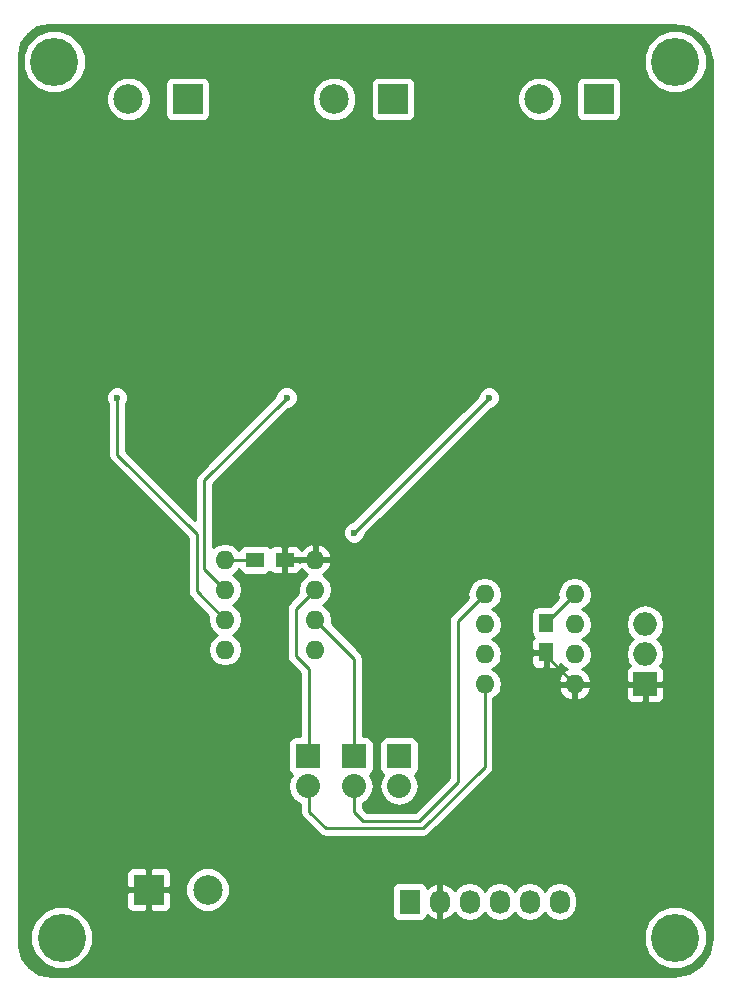
<source format=gbr>
G04 #@! TF.FileFunction,Copper,L2,Bot,Signal*
%FSLAX46Y46*%
G04 Gerber Fmt 4.6, Leading zero omitted, Abs format (unit mm)*
G04 Created by KiCad (PCBNEW 4.0.6) date Sunday, 27 August 2017 'PMt' 12:12:56*
%MOMM*%
%LPD*%
G01*
G04 APERTURE LIST*
%ADD10C,0.100000*%
%ADD11C,4.064000*%
%ADD12R,2.500000X2.500000*%
%ADD13C,2.500000*%
%ADD14R,1.727200X2.032000*%
%ADD15O,1.727200X2.032000*%
%ADD16O,1.998980X1.998980*%
%ADD17R,1.998980X1.998980*%
%ADD18O,1.600000X1.600000*%
%ADD19R,1.500000X1.250000*%
%ADD20R,1.250000X1.500000*%
%ADD21R,2.032000X2.032000*%
%ADD22O,2.032000X2.032000*%
%ADD23C,0.600000*%
%ADD24C,0.250000*%
%ADD25C,1.250000*%
%ADD26C,0.254000*%
G04 APERTURE END LIST*
D10*
D11*
X130937000Y-31115000D03*
X183515000Y-31115000D03*
X131572000Y-105283000D03*
D12*
X177038000Y-34290000D03*
D13*
X172038000Y-34290000D03*
D14*
X161036000Y-102235000D03*
D15*
X163576000Y-102235000D03*
X166116000Y-102235000D03*
X168656000Y-102235000D03*
X171196000Y-102235000D03*
X173736000Y-102235000D03*
D12*
X159639000Y-34290000D03*
D13*
X154639000Y-34290000D03*
D12*
X142240000Y-34290000D03*
D13*
X137240000Y-34290000D03*
D12*
X138938000Y-101219000D03*
D13*
X143938000Y-101219000D03*
D16*
X180975000Y-78740000D03*
D17*
X180975000Y-83820000D03*
D16*
X180975000Y-81280000D03*
D18*
X145415000Y-73279000D03*
X145415000Y-75819000D03*
X145415000Y-78359000D03*
X145415000Y-80899000D03*
X153035000Y-80899000D03*
X153035000Y-78359000D03*
X153035000Y-75819000D03*
X153035000Y-73279000D03*
X167386000Y-76200000D03*
X167386000Y-78740000D03*
X167386000Y-81280000D03*
X167386000Y-83820000D03*
X175006000Y-83820000D03*
X175006000Y-81280000D03*
X175006000Y-78740000D03*
X175006000Y-76200000D03*
D19*
X150475000Y-73279000D03*
X147975000Y-73279000D03*
D20*
X172593000Y-81133000D03*
X172593000Y-78633000D03*
D11*
X183515000Y-105283000D03*
D21*
X160147000Y-89916000D03*
D22*
X160147000Y-92456000D03*
D21*
X156337000Y-89916000D03*
D22*
X156337000Y-92456000D03*
D21*
X152400000Y-89916000D03*
D22*
X152400000Y-92456000D03*
D23*
X166497000Y-72263000D03*
X137668000Y-70358000D03*
X137541000Y-77470000D03*
X143002000Y-89535000D03*
X150622000Y-59563000D03*
X136271000Y-59563000D03*
X167767000Y-59563000D03*
X156337000Y-70993000D03*
D24*
X175006000Y-76200000D02*
X175006000Y-76220000D01*
X175006000Y-76220000D02*
X172593000Y-78633000D01*
X147975000Y-73279000D02*
X145415000Y-73279000D01*
D25*
X172038000Y-34036000D02*
X171958000Y-34036000D01*
D24*
X175006000Y-83820000D02*
X172339000Y-83820000D01*
X169291000Y-75057000D02*
X166497000Y-72263000D01*
X169291000Y-80772000D02*
X169291000Y-75057000D01*
X172339000Y-83820000D02*
X169291000Y-80772000D01*
X172593000Y-81133000D02*
X172593000Y-81407000D01*
X172593000Y-81407000D02*
X175006000Y-83820000D01*
X150475000Y-73279000D02*
X153035000Y-73279000D01*
X156337000Y-89916000D02*
X156337000Y-81661000D01*
X156337000Y-81661000D02*
X153035000Y-78359000D01*
X152527000Y-89916000D02*
X152527000Y-82550000D01*
X151384000Y-77470000D02*
X153035000Y-75819000D01*
X151384000Y-81407000D02*
X151384000Y-77470000D01*
X152527000Y-82550000D02*
X151384000Y-81407000D01*
X165100000Y-78486000D02*
X165100000Y-92075000D01*
X156337000Y-94615000D02*
X157099000Y-95377000D01*
X157099000Y-95377000D02*
X161798000Y-95377000D01*
X161798000Y-95377000D02*
X165100000Y-92075000D01*
X167386000Y-76200000D02*
X165100000Y-78486000D01*
X156337000Y-94615000D02*
X156337000Y-92456000D01*
X145415000Y-75819000D02*
X143637000Y-74041000D01*
X143637000Y-66548000D02*
X150622000Y-59563000D01*
X143637000Y-74041000D02*
X143637000Y-66548000D01*
X143002000Y-75946000D02*
X143002000Y-71120000D01*
X143002000Y-75946000D02*
X145415000Y-78359000D01*
X136271000Y-64389000D02*
X136271000Y-59563000D01*
X143002000Y-71120000D02*
X136271000Y-64389000D01*
X156337000Y-70993000D02*
X167767000Y-59563000D01*
X167386000Y-83820000D02*
X167386000Y-90805000D01*
X152527000Y-94615000D02*
X153924000Y-96012000D01*
X153924000Y-96012000D02*
X162179000Y-96012000D01*
X162179000Y-96012000D02*
X167386000Y-90805000D01*
X152527000Y-94615000D02*
X152527000Y-92456000D01*
D26*
G36*
X184601098Y-28224082D02*
X185624731Y-28859773D01*
X186327176Y-29838800D01*
X186615000Y-31069895D01*
X186615000Y-105340069D01*
X186366175Y-106590995D01*
X185697196Y-107592196D01*
X184695995Y-108261176D01*
X183445069Y-108510000D01*
X130739177Y-108510000D01*
X129660830Y-108338292D01*
X128802766Y-107811493D01*
X128211616Y-106996426D01*
X127964000Y-105961266D01*
X127964000Y-105811172D01*
X128904538Y-105811172D01*
X129309709Y-106791761D01*
X130059293Y-107542655D01*
X131039173Y-107949536D01*
X132100172Y-107950462D01*
X133080761Y-107545291D01*
X133831655Y-106795707D01*
X134238536Y-105815827D01*
X134238540Y-105811172D01*
X180847538Y-105811172D01*
X181252709Y-106791761D01*
X182002293Y-107542655D01*
X182982173Y-107949536D01*
X184043172Y-107950462D01*
X185023761Y-107545291D01*
X185774655Y-106795707D01*
X186181536Y-105815827D01*
X186182462Y-104754828D01*
X185777291Y-103774239D01*
X185027707Y-103023345D01*
X184047827Y-102616464D01*
X182986828Y-102615538D01*
X182006239Y-103020709D01*
X181255345Y-103770293D01*
X180848464Y-104750173D01*
X180847538Y-105811172D01*
X134238540Y-105811172D01*
X134239462Y-104754828D01*
X133834291Y-103774239D01*
X133084707Y-103023345D01*
X132104827Y-102616464D01*
X131043828Y-102615538D01*
X130063239Y-103020709D01*
X129312345Y-103770293D01*
X128905464Y-104750173D01*
X128904538Y-105811172D01*
X127964000Y-105811172D01*
X127964000Y-101504750D01*
X137053000Y-101504750D01*
X137053000Y-102595310D01*
X137149673Y-102828699D01*
X137328302Y-103007327D01*
X137561691Y-103104000D01*
X138652250Y-103104000D01*
X138811000Y-102945250D01*
X138811000Y-101346000D01*
X139065000Y-101346000D01*
X139065000Y-102945250D01*
X139223750Y-103104000D01*
X140314309Y-103104000D01*
X140547698Y-103007327D01*
X140726327Y-102828699D01*
X140823000Y-102595310D01*
X140823000Y-101592305D01*
X142052674Y-101592305D01*
X142339043Y-102285372D01*
X142868839Y-102816093D01*
X143561405Y-103103672D01*
X144311305Y-103104326D01*
X145004372Y-102817957D01*
X145535093Y-102288161D01*
X145822672Y-101595595D01*
X145823000Y-101219000D01*
X159524960Y-101219000D01*
X159524960Y-103251000D01*
X159569238Y-103486317D01*
X159708310Y-103702441D01*
X159920510Y-103847431D01*
X160172400Y-103898440D01*
X161899600Y-103898440D01*
X162134917Y-103854162D01*
X162351041Y-103715090D01*
X162496031Y-103502890D01*
X162515232Y-103408073D01*
X162673964Y-103585732D01*
X163201209Y-103839709D01*
X163216974Y-103842358D01*
X163449000Y-103721217D01*
X163449000Y-102362000D01*
X163429000Y-102362000D01*
X163429000Y-102108000D01*
X163449000Y-102108000D01*
X163449000Y-100748783D01*
X163703000Y-100748783D01*
X163703000Y-102108000D01*
X163723000Y-102108000D01*
X163723000Y-102362000D01*
X163703000Y-102362000D01*
X163703000Y-103721217D01*
X163935026Y-103842358D01*
X163950791Y-103839709D01*
X164478036Y-103585732D01*
X164849539Y-103169931D01*
X165056330Y-103479415D01*
X165542511Y-103804271D01*
X166116000Y-103918345D01*
X166689489Y-103804271D01*
X167175670Y-103479415D01*
X167386000Y-103164634D01*
X167596330Y-103479415D01*
X168082511Y-103804271D01*
X168656000Y-103918345D01*
X169229489Y-103804271D01*
X169715670Y-103479415D01*
X169926000Y-103164634D01*
X170136330Y-103479415D01*
X170622511Y-103804271D01*
X171196000Y-103918345D01*
X171769489Y-103804271D01*
X172255670Y-103479415D01*
X172466000Y-103164634D01*
X172676330Y-103479415D01*
X173162511Y-103804271D01*
X173736000Y-103918345D01*
X174309489Y-103804271D01*
X174795670Y-103479415D01*
X175120526Y-102993234D01*
X175234600Y-102419745D01*
X175234600Y-102050255D01*
X175120526Y-101476766D01*
X174795670Y-100990585D01*
X174309489Y-100665729D01*
X173736000Y-100551655D01*
X173162511Y-100665729D01*
X172676330Y-100990585D01*
X172466000Y-101305366D01*
X172255670Y-100990585D01*
X171769489Y-100665729D01*
X171196000Y-100551655D01*
X170622511Y-100665729D01*
X170136330Y-100990585D01*
X169926000Y-101305366D01*
X169715670Y-100990585D01*
X169229489Y-100665729D01*
X168656000Y-100551655D01*
X168082511Y-100665729D01*
X167596330Y-100990585D01*
X167386000Y-101305366D01*
X167175670Y-100990585D01*
X166689489Y-100665729D01*
X166116000Y-100551655D01*
X165542511Y-100665729D01*
X165056330Y-100990585D01*
X164849539Y-101300069D01*
X164478036Y-100884268D01*
X163950791Y-100630291D01*
X163935026Y-100627642D01*
X163703000Y-100748783D01*
X163449000Y-100748783D01*
X163216974Y-100627642D01*
X163201209Y-100630291D01*
X162673964Y-100884268D01*
X162517093Y-101059845D01*
X162502762Y-100983683D01*
X162363690Y-100767559D01*
X162151490Y-100622569D01*
X161899600Y-100571560D01*
X160172400Y-100571560D01*
X159937083Y-100615838D01*
X159720959Y-100754910D01*
X159575969Y-100967110D01*
X159524960Y-101219000D01*
X145823000Y-101219000D01*
X145823326Y-100845695D01*
X145536957Y-100152628D01*
X145007161Y-99621907D01*
X144314595Y-99334328D01*
X143564695Y-99333674D01*
X142871628Y-99620043D01*
X142340907Y-100149839D01*
X142053328Y-100842405D01*
X142052674Y-101592305D01*
X140823000Y-101592305D01*
X140823000Y-101504750D01*
X140664250Y-101346000D01*
X139065000Y-101346000D01*
X138811000Y-101346000D01*
X137211750Y-101346000D01*
X137053000Y-101504750D01*
X127964000Y-101504750D01*
X127964000Y-99842690D01*
X137053000Y-99842690D01*
X137053000Y-100933250D01*
X137211750Y-101092000D01*
X138811000Y-101092000D01*
X138811000Y-99492750D01*
X139065000Y-99492750D01*
X139065000Y-101092000D01*
X140664250Y-101092000D01*
X140823000Y-100933250D01*
X140823000Y-99842690D01*
X140726327Y-99609301D01*
X140547698Y-99430673D01*
X140314309Y-99334000D01*
X139223750Y-99334000D01*
X139065000Y-99492750D01*
X138811000Y-99492750D01*
X138652250Y-99334000D01*
X137561691Y-99334000D01*
X137328302Y-99430673D01*
X137149673Y-99609301D01*
X137053000Y-99842690D01*
X127964000Y-99842690D01*
X127964000Y-59748167D01*
X135335838Y-59748167D01*
X135477883Y-60091943D01*
X135511000Y-60125118D01*
X135511000Y-64389000D01*
X135568852Y-64679839D01*
X135733599Y-64926401D01*
X142242000Y-71434802D01*
X142242000Y-75946000D01*
X142299852Y-76236839D01*
X142464599Y-76483401D01*
X144016312Y-78035114D01*
X143951887Y-78359000D01*
X144061120Y-78908151D01*
X144372189Y-79373698D01*
X144754275Y-79629000D01*
X144372189Y-79884302D01*
X144061120Y-80349849D01*
X143951887Y-80899000D01*
X144061120Y-81448151D01*
X144372189Y-81913698D01*
X144837736Y-82224767D01*
X145386887Y-82334000D01*
X145443113Y-82334000D01*
X145992264Y-82224767D01*
X146457811Y-81913698D01*
X146768880Y-81448151D01*
X146878113Y-80899000D01*
X146768880Y-80349849D01*
X146457811Y-79884302D01*
X146075725Y-79629000D01*
X146457811Y-79373698D01*
X146768880Y-78908151D01*
X146878113Y-78359000D01*
X146768880Y-77809849D01*
X146457811Y-77344302D01*
X146075725Y-77089000D01*
X146457811Y-76833698D01*
X146768880Y-76368151D01*
X146878113Y-75819000D01*
X146768880Y-75269849D01*
X146457811Y-74804302D01*
X146075725Y-74549000D01*
X146457811Y-74293698D01*
X146608462Y-74068232D01*
X146621838Y-74139317D01*
X146760910Y-74355441D01*
X146973110Y-74500431D01*
X147225000Y-74551440D01*
X148725000Y-74551440D01*
X148960317Y-74507162D01*
X149176441Y-74368090D01*
X149222969Y-74299994D01*
X149365302Y-74442327D01*
X149598691Y-74539000D01*
X150189250Y-74539000D01*
X150348000Y-74380250D01*
X150348000Y-73406000D01*
X150602000Y-73406000D01*
X150602000Y-74380250D01*
X150760750Y-74539000D01*
X151351309Y-74539000D01*
X151584698Y-74442327D01*
X151763327Y-74263699D01*
X151846363Y-74063233D01*
X152179866Y-74431389D01*
X152396703Y-74534014D01*
X151992189Y-74804302D01*
X151681120Y-75269849D01*
X151571887Y-75819000D01*
X151636312Y-76142886D01*
X150846599Y-76932599D01*
X150681852Y-77179161D01*
X150624000Y-77470000D01*
X150624000Y-81407000D01*
X150681852Y-81697839D01*
X150846599Y-81944401D01*
X151767000Y-82864802D01*
X151767000Y-88252560D01*
X151384000Y-88252560D01*
X151148683Y-88296838D01*
X150932559Y-88435910D01*
X150787569Y-88648110D01*
X150736560Y-88900000D01*
X150736560Y-90932000D01*
X150780838Y-91167317D01*
X150919910Y-91383441D01*
X151068837Y-91485198D01*
X150842330Y-91824190D01*
X150716655Y-92456000D01*
X150842330Y-93087810D01*
X151200222Y-93623433D01*
X151735845Y-93981325D01*
X151767000Y-93987522D01*
X151767000Y-94615000D01*
X151824852Y-94905839D01*
X151989599Y-95152401D01*
X153386599Y-96549401D01*
X153633160Y-96714148D01*
X153924000Y-96772000D01*
X162179000Y-96772000D01*
X162469839Y-96714148D01*
X162716401Y-96549401D01*
X167923401Y-91342401D01*
X168088148Y-91095839D01*
X168146000Y-90805000D01*
X168146000Y-85023667D01*
X168428811Y-84834698D01*
X168739880Y-84369151D01*
X168779684Y-84169039D01*
X173614096Y-84169039D01*
X173774959Y-84557423D01*
X174150866Y-84972389D01*
X174656959Y-85211914D01*
X174879000Y-85090629D01*
X174879000Y-83947000D01*
X175133000Y-83947000D01*
X175133000Y-85090629D01*
X175355041Y-85211914D01*
X175861134Y-84972389D01*
X176237041Y-84557423D01*
X176397904Y-84169039D01*
X176363133Y-84105750D01*
X179340510Y-84105750D01*
X179340510Y-84945799D01*
X179437183Y-85179188D01*
X179615811Y-85357817D01*
X179849200Y-85454490D01*
X180689250Y-85454490D01*
X180848000Y-85295740D01*
X180848000Y-83947000D01*
X181102000Y-83947000D01*
X181102000Y-85295740D01*
X181260750Y-85454490D01*
X182100800Y-85454490D01*
X182334189Y-85357817D01*
X182512817Y-85179188D01*
X182609490Y-84945799D01*
X182609490Y-84105750D01*
X182450740Y-83947000D01*
X181102000Y-83947000D01*
X180848000Y-83947000D01*
X179499260Y-83947000D01*
X179340510Y-84105750D01*
X176363133Y-84105750D01*
X176275915Y-83947000D01*
X175133000Y-83947000D01*
X174879000Y-83947000D01*
X173736085Y-83947000D01*
X173614096Y-84169039D01*
X168779684Y-84169039D01*
X168849113Y-83820000D01*
X168739880Y-83270849D01*
X168428811Y-82805302D01*
X168046725Y-82550000D01*
X168428811Y-82294698D01*
X168739880Y-81829151D01*
X168821513Y-81418750D01*
X171333000Y-81418750D01*
X171333000Y-82009309D01*
X171429673Y-82242698D01*
X171608301Y-82421327D01*
X171841690Y-82518000D01*
X172307250Y-82518000D01*
X172466000Y-82359250D01*
X172466000Y-81260000D01*
X171491750Y-81260000D01*
X171333000Y-81418750D01*
X168821513Y-81418750D01*
X168849113Y-81280000D01*
X168739880Y-80730849D01*
X168428811Y-80265302D01*
X168046725Y-80010000D01*
X168428811Y-79754698D01*
X168739880Y-79289151D01*
X168849113Y-78740000D01*
X168739880Y-78190849D01*
X168534182Y-77883000D01*
X171320560Y-77883000D01*
X171320560Y-79383000D01*
X171364838Y-79618317D01*
X171503910Y-79834441D01*
X171572006Y-79880969D01*
X171429673Y-80023302D01*
X171333000Y-80256691D01*
X171333000Y-80847250D01*
X171491750Y-81006000D01*
X172466000Y-81006000D01*
X172466000Y-80986000D01*
X172720000Y-80986000D01*
X172720000Y-81006000D01*
X172740000Y-81006000D01*
X172740000Y-81260000D01*
X172720000Y-81260000D01*
X172720000Y-82359250D01*
X172878750Y-82518000D01*
X173344310Y-82518000D01*
X173577699Y-82421327D01*
X173756327Y-82242698D01*
X173822193Y-82083683D01*
X173963189Y-82294698D01*
X174367703Y-82564986D01*
X174150866Y-82667611D01*
X173774959Y-83082577D01*
X173614096Y-83470961D01*
X173736085Y-83693000D01*
X174879000Y-83693000D01*
X174879000Y-83673000D01*
X175133000Y-83673000D01*
X175133000Y-83693000D01*
X176275915Y-83693000D01*
X176397904Y-83470961D01*
X176237041Y-83082577D01*
X175861134Y-82667611D01*
X175644297Y-82564986D01*
X176048811Y-82294698D01*
X176359880Y-81829151D01*
X176469113Y-81280000D01*
X176359880Y-80730849D01*
X176048811Y-80265302D01*
X175666725Y-80010000D01*
X176048811Y-79754698D01*
X176359880Y-79289151D01*
X176469113Y-78740000D01*
X176462744Y-78707978D01*
X179340510Y-78707978D01*
X179340510Y-78772022D01*
X179464928Y-79397514D01*
X179819241Y-79927781D01*
X179942290Y-80010000D01*
X179819241Y-80092219D01*
X179464928Y-80622486D01*
X179340510Y-81247978D01*
X179340510Y-81312022D01*
X179464928Y-81937514D01*
X179678013Y-82256418D01*
X179615811Y-82282183D01*
X179437183Y-82460812D01*
X179340510Y-82694201D01*
X179340510Y-83534250D01*
X179499260Y-83693000D01*
X180848000Y-83693000D01*
X180848000Y-83673000D01*
X181102000Y-83673000D01*
X181102000Y-83693000D01*
X182450740Y-83693000D01*
X182609490Y-83534250D01*
X182609490Y-82694201D01*
X182512817Y-82460812D01*
X182334189Y-82282183D01*
X182271987Y-82256418D01*
X182485072Y-81937514D01*
X182609490Y-81312022D01*
X182609490Y-81247978D01*
X182485072Y-80622486D01*
X182130759Y-80092219D01*
X182007710Y-80010000D01*
X182130759Y-79927781D01*
X182485072Y-79397514D01*
X182609490Y-78772022D01*
X182609490Y-78707978D01*
X182485072Y-78082486D01*
X182130759Y-77552219D01*
X181600492Y-77197906D01*
X180975000Y-77073488D01*
X180349508Y-77197906D01*
X179819241Y-77552219D01*
X179464928Y-78082486D01*
X179340510Y-78707978D01*
X176462744Y-78707978D01*
X176359880Y-78190849D01*
X176048811Y-77725302D01*
X175666725Y-77470000D01*
X176048811Y-77214698D01*
X176359880Y-76749151D01*
X176469113Y-76200000D01*
X176359880Y-75650849D01*
X176048811Y-75185302D01*
X175583264Y-74874233D01*
X175034113Y-74765000D01*
X174977887Y-74765000D01*
X174428736Y-74874233D01*
X173963189Y-75185302D01*
X173652120Y-75650849D01*
X173542887Y-76200000D01*
X173610630Y-76540568D01*
X172915638Y-77235560D01*
X171968000Y-77235560D01*
X171732683Y-77279838D01*
X171516559Y-77418910D01*
X171371569Y-77631110D01*
X171320560Y-77883000D01*
X168534182Y-77883000D01*
X168428811Y-77725302D01*
X168046725Y-77470000D01*
X168428811Y-77214698D01*
X168739880Y-76749151D01*
X168849113Y-76200000D01*
X168739880Y-75650849D01*
X168428811Y-75185302D01*
X167963264Y-74874233D01*
X167414113Y-74765000D01*
X167357887Y-74765000D01*
X166808736Y-74874233D01*
X166343189Y-75185302D01*
X166032120Y-75650849D01*
X165922887Y-76200000D01*
X165987312Y-76523886D01*
X164562599Y-77948599D01*
X164397852Y-78195161D01*
X164340000Y-78486000D01*
X164340000Y-91760198D01*
X161483198Y-94617000D01*
X157413802Y-94617000D01*
X157097000Y-94300198D01*
X157097000Y-93917283D01*
X157536778Y-93623433D01*
X157894670Y-93087810D01*
X158020345Y-92456000D01*
X158463655Y-92456000D01*
X158589330Y-93087810D01*
X158947222Y-93623433D01*
X159482845Y-93981325D01*
X160114655Y-94107000D01*
X160179345Y-94107000D01*
X160811155Y-93981325D01*
X161346778Y-93623433D01*
X161704670Y-93087810D01*
X161830345Y-92456000D01*
X161704670Y-91824190D01*
X161477501Y-91484208D01*
X161614441Y-91396090D01*
X161759431Y-91183890D01*
X161810440Y-90932000D01*
X161810440Y-88900000D01*
X161766162Y-88664683D01*
X161627090Y-88448559D01*
X161414890Y-88303569D01*
X161163000Y-88252560D01*
X159131000Y-88252560D01*
X158895683Y-88296838D01*
X158679559Y-88435910D01*
X158534569Y-88648110D01*
X158483560Y-88900000D01*
X158483560Y-90932000D01*
X158527838Y-91167317D01*
X158666910Y-91383441D01*
X158815837Y-91485198D01*
X158589330Y-91824190D01*
X158463655Y-92456000D01*
X158020345Y-92456000D01*
X157894670Y-91824190D01*
X157667501Y-91484208D01*
X157804441Y-91396090D01*
X157949431Y-91183890D01*
X158000440Y-90932000D01*
X158000440Y-88900000D01*
X157956162Y-88664683D01*
X157817090Y-88448559D01*
X157604890Y-88303569D01*
X157353000Y-88252560D01*
X157097000Y-88252560D01*
X157097000Y-81661000D01*
X157039148Y-81370161D01*
X157039148Y-81370160D01*
X156874401Y-81123599D01*
X154433688Y-78682886D01*
X154498113Y-78359000D01*
X154388880Y-77809849D01*
X154077811Y-77344302D01*
X153695725Y-77089000D01*
X154077811Y-76833698D01*
X154388880Y-76368151D01*
X154498113Y-75819000D01*
X154388880Y-75269849D01*
X154077811Y-74804302D01*
X153673297Y-74534014D01*
X153890134Y-74431389D01*
X154266041Y-74016423D01*
X154426904Y-73628039D01*
X154304915Y-73406000D01*
X153162000Y-73406000D01*
X153162000Y-73426000D01*
X152908000Y-73426000D01*
X152908000Y-73406000D01*
X151765085Y-73406000D01*
X151742450Y-73447200D01*
X151701250Y-73406000D01*
X150602000Y-73406000D01*
X150348000Y-73406000D01*
X150328000Y-73406000D01*
X150328000Y-73152000D01*
X150348000Y-73152000D01*
X150348000Y-72177750D01*
X150602000Y-72177750D01*
X150602000Y-73152000D01*
X151701250Y-73152000D01*
X151742450Y-73110800D01*
X151765085Y-73152000D01*
X152908000Y-73152000D01*
X152908000Y-72008371D01*
X153162000Y-72008371D01*
X153162000Y-73152000D01*
X154304915Y-73152000D01*
X154426904Y-72929961D01*
X154266041Y-72541577D01*
X153890134Y-72126611D01*
X153384041Y-71887086D01*
X153162000Y-72008371D01*
X152908000Y-72008371D01*
X152685959Y-71887086D01*
X152179866Y-72126611D01*
X151846363Y-72494767D01*
X151763327Y-72294301D01*
X151584698Y-72115673D01*
X151351309Y-72019000D01*
X150760750Y-72019000D01*
X150602000Y-72177750D01*
X150348000Y-72177750D01*
X150189250Y-72019000D01*
X149598691Y-72019000D01*
X149365302Y-72115673D01*
X149224064Y-72256910D01*
X149189090Y-72202559D01*
X148976890Y-72057569D01*
X148725000Y-72006560D01*
X147225000Y-72006560D01*
X146989683Y-72050838D01*
X146773559Y-72189910D01*
X146628569Y-72402110D01*
X146610270Y-72492473D01*
X146457811Y-72264302D01*
X145992264Y-71953233D01*
X145443113Y-71844000D01*
X145386887Y-71844000D01*
X144837736Y-71953233D01*
X144397000Y-72247724D01*
X144397000Y-71178167D01*
X155401838Y-71178167D01*
X155543883Y-71521943D01*
X155806673Y-71785192D01*
X156150201Y-71927838D01*
X156522167Y-71928162D01*
X156865943Y-71786117D01*
X157129192Y-71523327D01*
X157271838Y-71179799D01*
X157271879Y-71132923D01*
X167906680Y-60498122D01*
X167952167Y-60498162D01*
X168295943Y-60356117D01*
X168559192Y-60093327D01*
X168701838Y-59749799D01*
X168702162Y-59377833D01*
X168560117Y-59034057D01*
X168297327Y-58770808D01*
X167953799Y-58628162D01*
X167581833Y-58627838D01*
X167238057Y-58769883D01*
X166974808Y-59032673D01*
X166832162Y-59376201D01*
X166832121Y-59423077D01*
X156197320Y-70057878D01*
X156151833Y-70057838D01*
X155808057Y-70199883D01*
X155544808Y-70462673D01*
X155402162Y-70806201D01*
X155401838Y-71178167D01*
X144397000Y-71178167D01*
X144397000Y-66862802D01*
X150761680Y-60498122D01*
X150807167Y-60498162D01*
X151150943Y-60356117D01*
X151414192Y-60093327D01*
X151556838Y-59749799D01*
X151557162Y-59377833D01*
X151415117Y-59034057D01*
X151152327Y-58770808D01*
X150808799Y-58628162D01*
X150436833Y-58627838D01*
X150093057Y-58769883D01*
X149829808Y-59032673D01*
X149687162Y-59376201D01*
X149687121Y-59423077D01*
X143099599Y-66010599D01*
X142934852Y-66257161D01*
X142877000Y-66548000D01*
X142877000Y-69920198D01*
X137031000Y-64074198D01*
X137031000Y-60125463D01*
X137063192Y-60093327D01*
X137205838Y-59749799D01*
X137206162Y-59377833D01*
X137064117Y-59034057D01*
X136801327Y-58770808D01*
X136457799Y-58628162D01*
X136085833Y-58627838D01*
X135742057Y-58769883D01*
X135478808Y-59032673D01*
X135336162Y-59376201D01*
X135335838Y-59748167D01*
X127964000Y-59748167D01*
X127964000Y-34663305D01*
X135354674Y-34663305D01*
X135641043Y-35356372D01*
X136170839Y-35887093D01*
X136863405Y-36174672D01*
X137613305Y-36175326D01*
X138306372Y-35888957D01*
X138837093Y-35359161D01*
X139124672Y-34666595D01*
X139125326Y-33916695D01*
X138838957Y-33223628D01*
X138655650Y-33040000D01*
X140342560Y-33040000D01*
X140342560Y-35540000D01*
X140386838Y-35775317D01*
X140525910Y-35991441D01*
X140738110Y-36136431D01*
X140990000Y-36187440D01*
X143490000Y-36187440D01*
X143725317Y-36143162D01*
X143941441Y-36004090D01*
X144086431Y-35791890D01*
X144137440Y-35540000D01*
X144137440Y-34663305D01*
X152753674Y-34663305D01*
X153040043Y-35356372D01*
X153569839Y-35887093D01*
X154262405Y-36174672D01*
X155012305Y-36175326D01*
X155705372Y-35888957D01*
X156236093Y-35359161D01*
X156523672Y-34666595D01*
X156524326Y-33916695D01*
X156237957Y-33223628D01*
X156054650Y-33040000D01*
X157741560Y-33040000D01*
X157741560Y-35540000D01*
X157785838Y-35775317D01*
X157924910Y-35991441D01*
X158137110Y-36136431D01*
X158389000Y-36187440D01*
X160889000Y-36187440D01*
X161124317Y-36143162D01*
X161340441Y-36004090D01*
X161485431Y-35791890D01*
X161536440Y-35540000D01*
X161536440Y-34663305D01*
X170152674Y-34663305D01*
X170439043Y-35356372D01*
X170968839Y-35887093D01*
X171661405Y-36174672D01*
X172411305Y-36175326D01*
X173104372Y-35888957D01*
X173635093Y-35359161D01*
X173922672Y-34666595D01*
X173923326Y-33916695D01*
X173636957Y-33223628D01*
X173453650Y-33040000D01*
X175140560Y-33040000D01*
X175140560Y-35540000D01*
X175184838Y-35775317D01*
X175323910Y-35991441D01*
X175536110Y-36136431D01*
X175788000Y-36187440D01*
X178288000Y-36187440D01*
X178523317Y-36143162D01*
X178739441Y-36004090D01*
X178884431Y-35791890D01*
X178935440Y-35540000D01*
X178935440Y-33040000D01*
X178891162Y-32804683D01*
X178752090Y-32588559D01*
X178539890Y-32443569D01*
X178288000Y-32392560D01*
X175788000Y-32392560D01*
X175552683Y-32436838D01*
X175336559Y-32575910D01*
X175191569Y-32788110D01*
X175140560Y-33040000D01*
X173453650Y-33040000D01*
X173107161Y-32692907D01*
X172414595Y-32405328D01*
X171664695Y-32404674D01*
X170971628Y-32691043D01*
X170440907Y-33220839D01*
X170153328Y-33913405D01*
X170152674Y-34663305D01*
X161536440Y-34663305D01*
X161536440Y-33040000D01*
X161492162Y-32804683D01*
X161353090Y-32588559D01*
X161140890Y-32443569D01*
X160889000Y-32392560D01*
X158389000Y-32392560D01*
X158153683Y-32436838D01*
X157937559Y-32575910D01*
X157792569Y-32788110D01*
X157741560Y-33040000D01*
X156054650Y-33040000D01*
X155708161Y-32692907D01*
X155015595Y-32405328D01*
X154265695Y-32404674D01*
X153572628Y-32691043D01*
X153041907Y-33220839D01*
X152754328Y-33913405D01*
X152753674Y-34663305D01*
X144137440Y-34663305D01*
X144137440Y-33040000D01*
X144093162Y-32804683D01*
X143954090Y-32588559D01*
X143741890Y-32443569D01*
X143490000Y-32392560D01*
X140990000Y-32392560D01*
X140754683Y-32436838D01*
X140538559Y-32575910D01*
X140393569Y-32788110D01*
X140342560Y-33040000D01*
X138655650Y-33040000D01*
X138309161Y-32692907D01*
X137616595Y-32405328D01*
X136866695Y-32404674D01*
X136173628Y-32691043D01*
X135642907Y-33220839D01*
X135355328Y-33913405D01*
X135354674Y-34663305D01*
X127964000Y-34663305D01*
X127964000Y-31643172D01*
X128269538Y-31643172D01*
X128674709Y-32623761D01*
X129424293Y-33374655D01*
X130404173Y-33781536D01*
X131465172Y-33782462D01*
X132445761Y-33377291D01*
X133196655Y-32627707D01*
X133603536Y-31647827D01*
X133603540Y-31643172D01*
X180847538Y-31643172D01*
X181252709Y-32623761D01*
X182002293Y-33374655D01*
X182982173Y-33781536D01*
X184043172Y-33782462D01*
X185023761Y-33377291D01*
X185774655Y-32627707D01*
X186181536Y-31647827D01*
X186182462Y-30586828D01*
X185777291Y-29606239D01*
X185027707Y-28855345D01*
X184047827Y-28448464D01*
X182986828Y-28447538D01*
X182006239Y-28852709D01*
X181255345Y-29602293D01*
X180848464Y-30582173D01*
X180847538Y-31643172D01*
X133603540Y-31643172D01*
X133604462Y-30586828D01*
X133199291Y-29606239D01*
X132449707Y-28855345D01*
X131469827Y-28448464D01*
X130408828Y-28447538D01*
X129428239Y-28852709D01*
X128677345Y-29602293D01*
X128270464Y-30582173D01*
X128269538Y-31643172D01*
X127964000Y-31643172D01*
X127964000Y-30549931D01*
X128164488Y-29542007D01*
X128695817Y-28746817D01*
X129491007Y-28215488D01*
X130498931Y-28015000D01*
X183329994Y-28015000D01*
X184601098Y-28224082D01*
X184601098Y-28224082D01*
G37*
X184601098Y-28224082D02*
X185624731Y-28859773D01*
X186327176Y-29838800D01*
X186615000Y-31069895D01*
X186615000Y-105340069D01*
X186366175Y-106590995D01*
X185697196Y-107592196D01*
X184695995Y-108261176D01*
X183445069Y-108510000D01*
X130739177Y-108510000D01*
X129660830Y-108338292D01*
X128802766Y-107811493D01*
X128211616Y-106996426D01*
X127964000Y-105961266D01*
X127964000Y-105811172D01*
X128904538Y-105811172D01*
X129309709Y-106791761D01*
X130059293Y-107542655D01*
X131039173Y-107949536D01*
X132100172Y-107950462D01*
X133080761Y-107545291D01*
X133831655Y-106795707D01*
X134238536Y-105815827D01*
X134238540Y-105811172D01*
X180847538Y-105811172D01*
X181252709Y-106791761D01*
X182002293Y-107542655D01*
X182982173Y-107949536D01*
X184043172Y-107950462D01*
X185023761Y-107545291D01*
X185774655Y-106795707D01*
X186181536Y-105815827D01*
X186182462Y-104754828D01*
X185777291Y-103774239D01*
X185027707Y-103023345D01*
X184047827Y-102616464D01*
X182986828Y-102615538D01*
X182006239Y-103020709D01*
X181255345Y-103770293D01*
X180848464Y-104750173D01*
X180847538Y-105811172D01*
X134238540Y-105811172D01*
X134239462Y-104754828D01*
X133834291Y-103774239D01*
X133084707Y-103023345D01*
X132104827Y-102616464D01*
X131043828Y-102615538D01*
X130063239Y-103020709D01*
X129312345Y-103770293D01*
X128905464Y-104750173D01*
X128904538Y-105811172D01*
X127964000Y-105811172D01*
X127964000Y-101504750D01*
X137053000Y-101504750D01*
X137053000Y-102595310D01*
X137149673Y-102828699D01*
X137328302Y-103007327D01*
X137561691Y-103104000D01*
X138652250Y-103104000D01*
X138811000Y-102945250D01*
X138811000Y-101346000D01*
X139065000Y-101346000D01*
X139065000Y-102945250D01*
X139223750Y-103104000D01*
X140314309Y-103104000D01*
X140547698Y-103007327D01*
X140726327Y-102828699D01*
X140823000Y-102595310D01*
X140823000Y-101592305D01*
X142052674Y-101592305D01*
X142339043Y-102285372D01*
X142868839Y-102816093D01*
X143561405Y-103103672D01*
X144311305Y-103104326D01*
X145004372Y-102817957D01*
X145535093Y-102288161D01*
X145822672Y-101595595D01*
X145823000Y-101219000D01*
X159524960Y-101219000D01*
X159524960Y-103251000D01*
X159569238Y-103486317D01*
X159708310Y-103702441D01*
X159920510Y-103847431D01*
X160172400Y-103898440D01*
X161899600Y-103898440D01*
X162134917Y-103854162D01*
X162351041Y-103715090D01*
X162496031Y-103502890D01*
X162515232Y-103408073D01*
X162673964Y-103585732D01*
X163201209Y-103839709D01*
X163216974Y-103842358D01*
X163449000Y-103721217D01*
X163449000Y-102362000D01*
X163429000Y-102362000D01*
X163429000Y-102108000D01*
X163449000Y-102108000D01*
X163449000Y-100748783D01*
X163703000Y-100748783D01*
X163703000Y-102108000D01*
X163723000Y-102108000D01*
X163723000Y-102362000D01*
X163703000Y-102362000D01*
X163703000Y-103721217D01*
X163935026Y-103842358D01*
X163950791Y-103839709D01*
X164478036Y-103585732D01*
X164849539Y-103169931D01*
X165056330Y-103479415D01*
X165542511Y-103804271D01*
X166116000Y-103918345D01*
X166689489Y-103804271D01*
X167175670Y-103479415D01*
X167386000Y-103164634D01*
X167596330Y-103479415D01*
X168082511Y-103804271D01*
X168656000Y-103918345D01*
X169229489Y-103804271D01*
X169715670Y-103479415D01*
X169926000Y-103164634D01*
X170136330Y-103479415D01*
X170622511Y-103804271D01*
X171196000Y-103918345D01*
X171769489Y-103804271D01*
X172255670Y-103479415D01*
X172466000Y-103164634D01*
X172676330Y-103479415D01*
X173162511Y-103804271D01*
X173736000Y-103918345D01*
X174309489Y-103804271D01*
X174795670Y-103479415D01*
X175120526Y-102993234D01*
X175234600Y-102419745D01*
X175234600Y-102050255D01*
X175120526Y-101476766D01*
X174795670Y-100990585D01*
X174309489Y-100665729D01*
X173736000Y-100551655D01*
X173162511Y-100665729D01*
X172676330Y-100990585D01*
X172466000Y-101305366D01*
X172255670Y-100990585D01*
X171769489Y-100665729D01*
X171196000Y-100551655D01*
X170622511Y-100665729D01*
X170136330Y-100990585D01*
X169926000Y-101305366D01*
X169715670Y-100990585D01*
X169229489Y-100665729D01*
X168656000Y-100551655D01*
X168082511Y-100665729D01*
X167596330Y-100990585D01*
X167386000Y-101305366D01*
X167175670Y-100990585D01*
X166689489Y-100665729D01*
X166116000Y-100551655D01*
X165542511Y-100665729D01*
X165056330Y-100990585D01*
X164849539Y-101300069D01*
X164478036Y-100884268D01*
X163950791Y-100630291D01*
X163935026Y-100627642D01*
X163703000Y-100748783D01*
X163449000Y-100748783D01*
X163216974Y-100627642D01*
X163201209Y-100630291D01*
X162673964Y-100884268D01*
X162517093Y-101059845D01*
X162502762Y-100983683D01*
X162363690Y-100767559D01*
X162151490Y-100622569D01*
X161899600Y-100571560D01*
X160172400Y-100571560D01*
X159937083Y-100615838D01*
X159720959Y-100754910D01*
X159575969Y-100967110D01*
X159524960Y-101219000D01*
X145823000Y-101219000D01*
X145823326Y-100845695D01*
X145536957Y-100152628D01*
X145007161Y-99621907D01*
X144314595Y-99334328D01*
X143564695Y-99333674D01*
X142871628Y-99620043D01*
X142340907Y-100149839D01*
X142053328Y-100842405D01*
X142052674Y-101592305D01*
X140823000Y-101592305D01*
X140823000Y-101504750D01*
X140664250Y-101346000D01*
X139065000Y-101346000D01*
X138811000Y-101346000D01*
X137211750Y-101346000D01*
X137053000Y-101504750D01*
X127964000Y-101504750D01*
X127964000Y-99842690D01*
X137053000Y-99842690D01*
X137053000Y-100933250D01*
X137211750Y-101092000D01*
X138811000Y-101092000D01*
X138811000Y-99492750D01*
X139065000Y-99492750D01*
X139065000Y-101092000D01*
X140664250Y-101092000D01*
X140823000Y-100933250D01*
X140823000Y-99842690D01*
X140726327Y-99609301D01*
X140547698Y-99430673D01*
X140314309Y-99334000D01*
X139223750Y-99334000D01*
X139065000Y-99492750D01*
X138811000Y-99492750D01*
X138652250Y-99334000D01*
X137561691Y-99334000D01*
X137328302Y-99430673D01*
X137149673Y-99609301D01*
X137053000Y-99842690D01*
X127964000Y-99842690D01*
X127964000Y-59748167D01*
X135335838Y-59748167D01*
X135477883Y-60091943D01*
X135511000Y-60125118D01*
X135511000Y-64389000D01*
X135568852Y-64679839D01*
X135733599Y-64926401D01*
X142242000Y-71434802D01*
X142242000Y-75946000D01*
X142299852Y-76236839D01*
X142464599Y-76483401D01*
X144016312Y-78035114D01*
X143951887Y-78359000D01*
X144061120Y-78908151D01*
X144372189Y-79373698D01*
X144754275Y-79629000D01*
X144372189Y-79884302D01*
X144061120Y-80349849D01*
X143951887Y-80899000D01*
X144061120Y-81448151D01*
X144372189Y-81913698D01*
X144837736Y-82224767D01*
X145386887Y-82334000D01*
X145443113Y-82334000D01*
X145992264Y-82224767D01*
X146457811Y-81913698D01*
X146768880Y-81448151D01*
X146878113Y-80899000D01*
X146768880Y-80349849D01*
X146457811Y-79884302D01*
X146075725Y-79629000D01*
X146457811Y-79373698D01*
X146768880Y-78908151D01*
X146878113Y-78359000D01*
X146768880Y-77809849D01*
X146457811Y-77344302D01*
X146075725Y-77089000D01*
X146457811Y-76833698D01*
X146768880Y-76368151D01*
X146878113Y-75819000D01*
X146768880Y-75269849D01*
X146457811Y-74804302D01*
X146075725Y-74549000D01*
X146457811Y-74293698D01*
X146608462Y-74068232D01*
X146621838Y-74139317D01*
X146760910Y-74355441D01*
X146973110Y-74500431D01*
X147225000Y-74551440D01*
X148725000Y-74551440D01*
X148960317Y-74507162D01*
X149176441Y-74368090D01*
X149222969Y-74299994D01*
X149365302Y-74442327D01*
X149598691Y-74539000D01*
X150189250Y-74539000D01*
X150348000Y-74380250D01*
X150348000Y-73406000D01*
X150602000Y-73406000D01*
X150602000Y-74380250D01*
X150760750Y-74539000D01*
X151351309Y-74539000D01*
X151584698Y-74442327D01*
X151763327Y-74263699D01*
X151846363Y-74063233D01*
X152179866Y-74431389D01*
X152396703Y-74534014D01*
X151992189Y-74804302D01*
X151681120Y-75269849D01*
X151571887Y-75819000D01*
X151636312Y-76142886D01*
X150846599Y-76932599D01*
X150681852Y-77179161D01*
X150624000Y-77470000D01*
X150624000Y-81407000D01*
X150681852Y-81697839D01*
X150846599Y-81944401D01*
X151767000Y-82864802D01*
X151767000Y-88252560D01*
X151384000Y-88252560D01*
X151148683Y-88296838D01*
X150932559Y-88435910D01*
X150787569Y-88648110D01*
X150736560Y-88900000D01*
X150736560Y-90932000D01*
X150780838Y-91167317D01*
X150919910Y-91383441D01*
X151068837Y-91485198D01*
X150842330Y-91824190D01*
X150716655Y-92456000D01*
X150842330Y-93087810D01*
X151200222Y-93623433D01*
X151735845Y-93981325D01*
X151767000Y-93987522D01*
X151767000Y-94615000D01*
X151824852Y-94905839D01*
X151989599Y-95152401D01*
X153386599Y-96549401D01*
X153633160Y-96714148D01*
X153924000Y-96772000D01*
X162179000Y-96772000D01*
X162469839Y-96714148D01*
X162716401Y-96549401D01*
X167923401Y-91342401D01*
X168088148Y-91095839D01*
X168146000Y-90805000D01*
X168146000Y-85023667D01*
X168428811Y-84834698D01*
X168739880Y-84369151D01*
X168779684Y-84169039D01*
X173614096Y-84169039D01*
X173774959Y-84557423D01*
X174150866Y-84972389D01*
X174656959Y-85211914D01*
X174879000Y-85090629D01*
X174879000Y-83947000D01*
X175133000Y-83947000D01*
X175133000Y-85090629D01*
X175355041Y-85211914D01*
X175861134Y-84972389D01*
X176237041Y-84557423D01*
X176397904Y-84169039D01*
X176363133Y-84105750D01*
X179340510Y-84105750D01*
X179340510Y-84945799D01*
X179437183Y-85179188D01*
X179615811Y-85357817D01*
X179849200Y-85454490D01*
X180689250Y-85454490D01*
X180848000Y-85295740D01*
X180848000Y-83947000D01*
X181102000Y-83947000D01*
X181102000Y-85295740D01*
X181260750Y-85454490D01*
X182100800Y-85454490D01*
X182334189Y-85357817D01*
X182512817Y-85179188D01*
X182609490Y-84945799D01*
X182609490Y-84105750D01*
X182450740Y-83947000D01*
X181102000Y-83947000D01*
X180848000Y-83947000D01*
X179499260Y-83947000D01*
X179340510Y-84105750D01*
X176363133Y-84105750D01*
X176275915Y-83947000D01*
X175133000Y-83947000D01*
X174879000Y-83947000D01*
X173736085Y-83947000D01*
X173614096Y-84169039D01*
X168779684Y-84169039D01*
X168849113Y-83820000D01*
X168739880Y-83270849D01*
X168428811Y-82805302D01*
X168046725Y-82550000D01*
X168428811Y-82294698D01*
X168739880Y-81829151D01*
X168821513Y-81418750D01*
X171333000Y-81418750D01*
X171333000Y-82009309D01*
X171429673Y-82242698D01*
X171608301Y-82421327D01*
X171841690Y-82518000D01*
X172307250Y-82518000D01*
X172466000Y-82359250D01*
X172466000Y-81260000D01*
X171491750Y-81260000D01*
X171333000Y-81418750D01*
X168821513Y-81418750D01*
X168849113Y-81280000D01*
X168739880Y-80730849D01*
X168428811Y-80265302D01*
X168046725Y-80010000D01*
X168428811Y-79754698D01*
X168739880Y-79289151D01*
X168849113Y-78740000D01*
X168739880Y-78190849D01*
X168534182Y-77883000D01*
X171320560Y-77883000D01*
X171320560Y-79383000D01*
X171364838Y-79618317D01*
X171503910Y-79834441D01*
X171572006Y-79880969D01*
X171429673Y-80023302D01*
X171333000Y-80256691D01*
X171333000Y-80847250D01*
X171491750Y-81006000D01*
X172466000Y-81006000D01*
X172466000Y-80986000D01*
X172720000Y-80986000D01*
X172720000Y-81006000D01*
X172740000Y-81006000D01*
X172740000Y-81260000D01*
X172720000Y-81260000D01*
X172720000Y-82359250D01*
X172878750Y-82518000D01*
X173344310Y-82518000D01*
X173577699Y-82421327D01*
X173756327Y-82242698D01*
X173822193Y-82083683D01*
X173963189Y-82294698D01*
X174367703Y-82564986D01*
X174150866Y-82667611D01*
X173774959Y-83082577D01*
X173614096Y-83470961D01*
X173736085Y-83693000D01*
X174879000Y-83693000D01*
X174879000Y-83673000D01*
X175133000Y-83673000D01*
X175133000Y-83693000D01*
X176275915Y-83693000D01*
X176397904Y-83470961D01*
X176237041Y-83082577D01*
X175861134Y-82667611D01*
X175644297Y-82564986D01*
X176048811Y-82294698D01*
X176359880Y-81829151D01*
X176469113Y-81280000D01*
X176359880Y-80730849D01*
X176048811Y-80265302D01*
X175666725Y-80010000D01*
X176048811Y-79754698D01*
X176359880Y-79289151D01*
X176469113Y-78740000D01*
X176462744Y-78707978D01*
X179340510Y-78707978D01*
X179340510Y-78772022D01*
X179464928Y-79397514D01*
X179819241Y-79927781D01*
X179942290Y-80010000D01*
X179819241Y-80092219D01*
X179464928Y-80622486D01*
X179340510Y-81247978D01*
X179340510Y-81312022D01*
X179464928Y-81937514D01*
X179678013Y-82256418D01*
X179615811Y-82282183D01*
X179437183Y-82460812D01*
X179340510Y-82694201D01*
X179340510Y-83534250D01*
X179499260Y-83693000D01*
X180848000Y-83693000D01*
X180848000Y-83673000D01*
X181102000Y-83673000D01*
X181102000Y-83693000D01*
X182450740Y-83693000D01*
X182609490Y-83534250D01*
X182609490Y-82694201D01*
X182512817Y-82460812D01*
X182334189Y-82282183D01*
X182271987Y-82256418D01*
X182485072Y-81937514D01*
X182609490Y-81312022D01*
X182609490Y-81247978D01*
X182485072Y-80622486D01*
X182130759Y-80092219D01*
X182007710Y-80010000D01*
X182130759Y-79927781D01*
X182485072Y-79397514D01*
X182609490Y-78772022D01*
X182609490Y-78707978D01*
X182485072Y-78082486D01*
X182130759Y-77552219D01*
X181600492Y-77197906D01*
X180975000Y-77073488D01*
X180349508Y-77197906D01*
X179819241Y-77552219D01*
X179464928Y-78082486D01*
X179340510Y-78707978D01*
X176462744Y-78707978D01*
X176359880Y-78190849D01*
X176048811Y-77725302D01*
X175666725Y-77470000D01*
X176048811Y-77214698D01*
X176359880Y-76749151D01*
X176469113Y-76200000D01*
X176359880Y-75650849D01*
X176048811Y-75185302D01*
X175583264Y-74874233D01*
X175034113Y-74765000D01*
X174977887Y-74765000D01*
X174428736Y-74874233D01*
X173963189Y-75185302D01*
X173652120Y-75650849D01*
X173542887Y-76200000D01*
X173610630Y-76540568D01*
X172915638Y-77235560D01*
X171968000Y-77235560D01*
X171732683Y-77279838D01*
X171516559Y-77418910D01*
X171371569Y-77631110D01*
X171320560Y-77883000D01*
X168534182Y-77883000D01*
X168428811Y-77725302D01*
X168046725Y-77470000D01*
X168428811Y-77214698D01*
X168739880Y-76749151D01*
X168849113Y-76200000D01*
X168739880Y-75650849D01*
X168428811Y-75185302D01*
X167963264Y-74874233D01*
X167414113Y-74765000D01*
X167357887Y-74765000D01*
X166808736Y-74874233D01*
X166343189Y-75185302D01*
X166032120Y-75650849D01*
X165922887Y-76200000D01*
X165987312Y-76523886D01*
X164562599Y-77948599D01*
X164397852Y-78195161D01*
X164340000Y-78486000D01*
X164340000Y-91760198D01*
X161483198Y-94617000D01*
X157413802Y-94617000D01*
X157097000Y-94300198D01*
X157097000Y-93917283D01*
X157536778Y-93623433D01*
X157894670Y-93087810D01*
X158020345Y-92456000D01*
X158463655Y-92456000D01*
X158589330Y-93087810D01*
X158947222Y-93623433D01*
X159482845Y-93981325D01*
X160114655Y-94107000D01*
X160179345Y-94107000D01*
X160811155Y-93981325D01*
X161346778Y-93623433D01*
X161704670Y-93087810D01*
X161830345Y-92456000D01*
X161704670Y-91824190D01*
X161477501Y-91484208D01*
X161614441Y-91396090D01*
X161759431Y-91183890D01*
X161810440Y-90932000D01*
X161810440Y-88900000D01*
X161766162Y-88664683D01*
X161627090Y-88448559D01*
X161414890Y-88303569D01*
X161163000Y-88252560D01*
X159131000Y-88252560D01*
X158895683Y-88296838D01*
X158679559Y-88435910D01*
X158534569Y-88648110D01*
X158483560Y-88900000D01*
X158483560Y-90932000D01*
X158527838Y-91167317D01*
X158666910Y-91383441D01*
X158815837Y-91485198D01*
X158589330Y-91824190D01*
X158463655Y-92456000D01*
X158020345Y-92456000D01*
X157894670Y-91824190D01*
X157667501Y-91484208D01*
X157804441Y-91396090D01*
X157949431Y-91183890D01*
X158000440Y-90932000D01*
X158000440Y-88900000D01*
X157956162Y-88664683D01*
X157817090Y-88448559D01*
X157604890Y-88303569D01*
X157353000Y-88252560D01*
X157097000Y-88252560D01*
X157097000Y-81661000D01*
X157039148Y-81370161D01*
X157039148Y-81370160D01*
X156874401Y-81123599D01*
X154433688Y-78682886D01*
X154498113Y-78359000D01*
X154388880Y-77809849D01*
X154077811Y-77344302D01*
X153695725Y-77089000D01*
X154077811Y-76833698D01*
X154388880Y-76368151D01*
X154498113Y-75819000D01*
X154388880Y-75269849D01*
X154077811Y-74804302D01*
X153673297Y-74534014D01*
X153890134Y-74431389D01*
X154266041Y-74016423D01*
X154426904Y-73628039D01*
X154304915Y-73406000D01*
X153162000Y-73406000D01*
X153162000Y-73426000D01*
X152908000Y-73426000D01*
X152908000Y-73406000D01*
X151765085Y-73406000D01*
X151742450Y-73447200D01*
X151701250Y-73406000D01*
X150602000Y-73406000D01*
X150348000Y-73406000D01*
X150328000Y-73406000D01*
X150328000Y-73152000D01*
X150348000Y-73152000D01*
X150348000Y-72177750D01*
X150602000Y-72177750D01*
X150602000Y-73152000D01*
X151701250Y-73152000D01*
X151742450Y-73110800D01*
X151765085Y-73152000D01*
X152908000Y-73152000D01*
X152908000Y-72008371D01*
X153162000Y-72008371D01*
X153162000Y-73152000D01*
X154304915Y-73152000D01*
X154426904Y-72929961D01*
X154266041Y-72541577D01*
X153890134Y-72126611D01*
X153384041Y-71887086D01*
X153162000Y-72008371D01*
X152908000Y-72008371D01*
X152685959Y-71887086D01*
X152179866Y-72126611D01*
X151846363Y-72494767D01*
X151763327Y-72294301D01*
X151584698Y-72115673D01*
X151351309Y-72019000D01*
X150760750Y-72019000D01*
X150602000Y-72177750D01*
X150348000Y-72177750D01*
X150189250Y-72019000D01*
X149598691Y-72019000D01*
X149365302Y-72115673D01*
X149224064Y-72256910D01*
X149189090Y-72202559D01*
X148976890Y-72057569D01*
X148725000Y-72006560D01*
X147225000Y-72006560D01*
X146989683Y-72050838D01*
X146773559Y-72189910D01*
X146628569Y-72402110D01*
X146610270Y-72492473D01*
X146457811Y-72264302D01*
X145992264Y-71953233D01*
X145443113Y-71844000D01*
X145386887Y-71844000D01*
X144837736Y-71953233D01*
X144397000Y-72247724D01*
X144397000Y-71178167D01*
X155401838Y-71178167D01*
X155543883Y-71521943D01*
X155806673Y-71785192D01*
X156150201Y-71927838D01*
X156522167Y-71928162D01*
X156865943Y-71786117D01*
X157129192Y-71523327D01*
X157271838Y-71179799D01*
X157271879Y-71132923D01*
X167906680Y-60498122D01*
X167952167Y-60498162D01*
X168295943Y-60356117D01*
X168559192Y-60093327D01*
X168701838Y-59749799D01*
X168702162Y-59377833D01*
X168560117Y-59034057D01*
X168297327Y-58770808D01*
X167953799Y-58628162D01*
X167581833Y-58627838D01*
X167238057Y-58769883D01*
X166974808Y-59032673D01*
X166832162Y-59376201D01*
X166832121Y-59423077D01*
X156197320Y-70057878D01*
X156151833Y-70057838D01*
X155808057Y-70199883D01*
X155544808Y-70462673D01*
X155402162Y-70806201D01*
X155401838Y-71178167D01*
X144397000Y-71178167D01*
X144397000Y-66862802D01*
X150761680Y-60498122D01*
X150807167Y-60498162D01*
X151150943Y-60356117D01*
X151414192Y-60093327D01*
X151556838Y-59749799D01*
X151557162Y-59377833D01*
X151415117Y-59034057D01*
X151152327Y-58770808D01*
X150808799Y-58628162D01*
X150436833Y-58627838D01*
X150093057Y-58769883D01*
X149829808Y-59032673D01*
X149687162Y-59376201D01*
X149687121Y-59423077D01*
X143099599Y-66010599D01*
X142934852Y-66257161D01*
X142877000Y-66548000D01*
X142877000Y-69920198D01*
X137031000Y-64074198D01*
X137031000Y-60125463D01*
X137063192Y-60093327D01*
X137205838Y-59749799D01*
X137206162Y-59377833D01*
X137064117Y-59034057D01*
X136801327Y-58770808D01*
X136457799Y-58628162D01*
X136085833Y-58627838D01*
X135742057Y-58769883D01*
X135478808Y-59032673D01*
X135336162Y-59376201D01*
X135335838Y-59748167D01*
X127964000Y-59748167D01*
X127964000Y-34663305D01*
X135354674Y-34663305D01*
X135641043Y-35356372D01*
X136170839Y-35887093D01*
X136863405Y-36174672D01*
X137613305Y-36175326D01*
X138306372Y-35888957D01*
X138837093Y-35359161D01*
X139124672Y-34666595D01*
X139125326Y-33916695D01*
X138838957Y-33223628D01*
X138655650Y-33040000D01*
X140342560Y-33040000D01*
X140342560Y-35540000D01*
X140386838Y-35775317D01*
X140525910Y-35991441D01*
X140738110Y-36136431D01*
X140990000Y-36187440D01*
X143490000Y-36187440D01*
X143725317Y-36143162D01*
X143941441Y-36004090D01*
X144086431Y-35791890D01*
X144137440Y-35540000D01*
X144137440Y-34663305D01*
X152753674Y-34663305D01*
X153040043Y-35356372D01*
X153569839Y-35887093D01*
X154262405Y-36174672D01*
X155012305Y-36175326D01*
X155705372Y-35888957D01*
X156236093Y-35359161D01*
X156523672Y-34666595D01*
X156524326Y-33916695D01*
X156237957Y-33223628D01*
X156054650Y-33040000D01*
X157741560Y-33040000D01*
X157741560Y-35540000D01*
X157785838Y-35775317D01*
X157924910Y-35991441D01*
X158137110Y-36136431D01*
X158389000Y-36187440D01*
X160889000Y-36187440D01*
X161124317Y-36143162D01*
X161340441Y-36004090D01*
X161485431Y-35791890D01*
X161536440Y-35540000D01*
X161536440Y-34663305D01*
X170152674Y-34663305D01*
X170439043Y-35356372D01*
X170968839Y-35887093D01*
X171661405Y-36174672D01*
X172411305Y-36175326D01*
X173104372Y-35888957D01*
X173635093Y-35359161D01*
X173922672Y-34666595D01*
X173923326Y-33916695D01*
X173636957Y-33223628D01*
X173453650Y-33040000D01*
X175140560Y-33040000D01*
X175140560Y-35540000D01*
X175184838Y-35775317D01*
X175323910Y-35991441D01*
X175536110Y-36136431D01*
X175788000Y-36187440D01*
X178288000Y-36187440D01*
X178523317Y-36143162D01*
X178739441Y-36004090D01*
X178884431Y-35791890D01*
X178935440Y-35540000D01*
X178935440Y-33040000D01*
X178891162Y-32804683D01*
X178752090Y-32588559D01*
X178539890Y-32443569D01*
X178288000Y-32392560D01*
X175788000Y-32392560D01*
X175552683Y-32436838D01*
X175336559Y-32575910D01*
X175191569Y-32788110D01*
X175140560Y-33040000D01*
X173453650Y-33040000D01*
X173107161Y-32692907D01*
X172414595Y-32405328D01*
X171664695Y-32404674D01*
X170971628Y-32691043D01*
X170440907Y-33220839D01*
X170153328Y-33913405D01*
X170152674Y-34663305D01*
X161536440Y-34663305D01*
X161536440Y-33040000D01*
X161492162Y-32804683D01*
X161353090Y-32588559D01*
X161140890Y-32443569D01*
X160889000Y-32392560D01*
X158389000Y-32392560D01*
X158153683Y-32436838D01*
X157937559Y-32575910D01*
X157792569Y-32788110D01*
X157741560Y-33040000D01*
X156054650Y-33040000D01*
X155708161Y-32692907D01*
X155015595Y-32405328D01*
X154265695Y-32404674D01*
X153572628Y-32691043D01*
X153041907Y-33220839D01*
X152754328Y-33913405D01*
X152753674Y-34663305D01*
X144137440Y-34663305D01*
X144137440Y-33040000D01*
X144093162Y-32804683D01*
X143954090Y-32588559D01*
X143741890Y-32443569D01*
X143490000Y-32392560D01*
X140990000Y-32392560D01*
X140754683Y-32436838D01*
X140538559Y-32575910D01*
X140393569Y-32788110D01*
X140342560Y-33040000D01*
X138655650Y-33040000D01*
X138309161Y-32692907D01*
X137616595Y-32405328D01*
X136866695Y-32404674D01*
X136173628Y-32691043D01*
X135642907Y-33220839D01*
X135355328Y-33913405D01*
X135354674Y-34663305D01*
X127964000Y-34663305D01*
X127964000Y-31643172D01*
X128269538Y-31643172D01*
X128674709Y-32623761D01*
X129424293Y-33374655D01*
X130404173Y-33781536D01*
X131465172Y-33782462D01*
X132445761Y-33377291D01*
X133196655Y-32627707D01*
X133603536Y-31647827D01*
X133603540Y-31643172D01*
X180847538Y-31643172D01*
X181252709Y-32623761D01*
X182002293Y-33374655D01*
X182982173Y-33781536D01*
X184043172Y-33782462D01*
X185023761Y-33377291D01*
X185774655Y-32627707D01*
X186181536Y-31647827D01*
X186182462Y-30586828D01*
X185777291Y-29606239D01*
X185027707Y-28855345D01*
X184047827Y-28448464D01*
X182986828Y-28447538D01*
X182006239Y-28852709D01*
X181255345Y-29602293D01*
X180848464Y-30582173D01*
X180847538Y-31643172D01*
X133603540Y-31643172D01*
X133604462Y-30586828D01*
X133199291Y-29606239D01*
X132449707Y-28855345D01*
X131469827Y-28448464D01*
X130408828Y-28447538D01*
X129428239Y-28852709D01*
X128677345Y-29602293D01*
X128270464Y-30582173D01*
X128269538Y-31643172D01*
X127964000Y-31643172D01*
X127964000Y-30549931D01*
X128164488Y-29542007D01*
X128695817Y-28746817D01*
X129491007Y-28215488D01*
X130498931Y-28015000D01*
X183329994Y-28015000D01*
X184601098Y-28224082D01*
M02*

</source>
